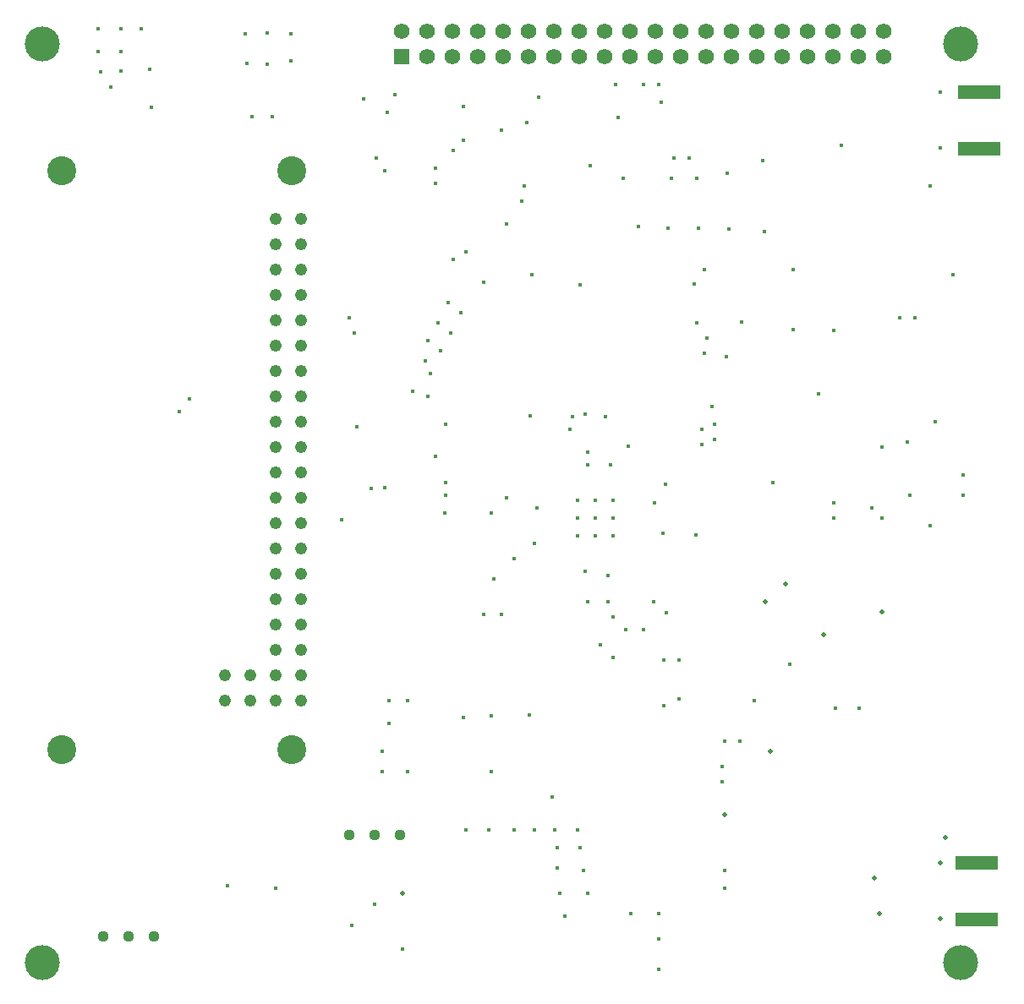
<source format=gbs>
%FSLAX23Y23*%
%MOIN*%
%SFA1B1*%

%IPPOS*%
%ADD74R,0.165350X0.053150*%
%ADD110C,0.061810*%
%ADD111R,0.061810X0.061810*%
%ADD112C,0.137800*%
%ADD113C,0.114170*%
%ADD114C,0.047640*%
%ADD115C,0.044090*%
%ADD116C,0.015750*%
%ADD117C,0.019680*%
%ADD118C,0.018940*%
%LNconcentrator_pcb-1*%
%LPD*%
G54D74*
X3852Y3591D03*
Y3368D03*
X3842Y551D03*
Y328D03*
G54D110*
X3475Y3830D03*
X3375D03*
X3275D03*
X3175D03*
X3075D03*
X2975D03*
X2875D03*
X2775D03*
X2675D03*
X2575D03*
X2475D03*
X2375D03*
X2275D03*
X2175D03*
X2075D03*
X1975D03*
X1875D03*
X1775D03*
X1675D03*
X1575D03*
X3475Y3730D03*
X3375D03*
X3275D03*
X3175D03*
X3075D03*
X2975D03*
X2875D03*
X2775D03*
X2675D03*
X2575D03*
X2475D03*
X2375D03*
X2275D03*
X2175D03*
X2075D03*
X1975D03*
X1875D03*
X1775D03*
X1675D03*
G54D111*
X1575Y3730D03*
G54D112*
X157Y3779D03*
X3779D03*
Y157D03*
X157D03*
G54D113*
X1141Y998D03*
X236D03*
Y3281D03*
X1141D03*
G54D114*
X879Y1189D03*
Y1289D03*
X979D03*
Y1189D03*
X1179D03*
X1079D03*
X1179Y1289D03*
X1079D03*
X1179Y1389D03*
X1079D03*
X1179Y1489D03*
X1079D03*
X1179Y1589D03*
X1079D03*
X1179Y1689D03*
X1079D03*
X1179Y1789D03*
X1079D03*
X1179Y1889D03*
X1079D03*
X1179Y1989D03*
X1079D03*
X1179Y2089D03*
X1079D03*
X1179Y2189D03*
X1079D03*
X1179Y2289D03*
X1079D03*
X1179Y2389D03*
X1079D03*
X1179Y2489D03*
X1079D03*
X1179Y2589D03*
X1079D03*
X1179Y2689D03*
X1079D03*
X1179Y2789D03*
X1079D03*
X1179Y2889D03*
X1079D03*
X1179Y2989D03*
X1079D03*
X1179Y3089D03*
X1079D03*
G54D115*
X1570Y660D03*
X1470D03*
X1370D03*
X600Y260D03*
X500D03*
X400D03*
G54D116*
X2320Y3300D03*
X1380Y305D03*
X965Y3705D03*
X960Y3820D03*
X430Y3610D03*
X470Y3750D03*
X380D03*
X390Y3670D03*
X468Y3675D03*
X380Y3840D03*
X470D03*
X1750Y2280D03*
X2300Y1699D03*
X2310Y2120D03*
Y2170D03*
X2615Y2045D03*
X2400Y2120D03*
X1470Y387D03*
X1990Y1990D03*
X550Y3840D03*
X2710Y3330D03*
X1510Y3280D03*
X1520Y3510D03*
X2280Y610D03*
X2190D03*
X2292Y521D03*
X2190Y530D03*
X2200Y430D03*
X2310D03*
X2220Y340D03*
X2270Y680D03*
X2180D03*
X2100D03*
X2020D03*
X1920D03*
X1830D03*
X1510Y2030D03*
X1900Y1530D03*
X1970D03*
X1750Y2000D03*
X2810Y2280D03*
X2760Y2200D03*
X3430Y1950D03*
X3280Y1970D03*
X2570Y1580D03*
X2610Y1170D03*
Y1350D03*
X2530Y3620D03*
X1970Y3440D03*
X2060Y3220D03*
X1820Y3400D03*
X1710Y3290D03*
X1780Y2930D03*
X3600Y2700D03*
X2250Y2310D03*
X2530Y1470D03*
X2410Y1360D03*
X2840Y870D03*
X2910Y1030D03*
X700Y2330D03*
X1370Y2700D03*
X1680Y2390D03*
X1670Y2530D03*
X1680Y2610D03*
X1720Y2680D03*
X1760Y2760D03*
X1548Y3579D03*
X1474Y3329D03*
X2170Y810D03*
X3005Y3040D03*
X2082Y2314D03*
X2735Y1845D03*
X2606Y1850D03*
X2390Y1683D03*
X2571Y1970D03*
X2470Y2195D03*
X2965Y1190D03*
X2670Y1196D03*
X2915Y2685D03*
X3105Y1335D03*
X1340Y1905D03*
X1710Y2155D03*
X1745Y1930D03*
X2020Y1750D03*
X2080Y1135D03*
X1930Y1130D03*
X1820Y1125D03*
X2110Y1950D03*
X2617Y1537D03*
X1424Y3565D03*
X1820Y3535D03*
X2115Y3570D03*
X1140Y3715D03*
X1046Y3700D03*
Y3825D03*
X1140Y3820D03*
X2390Y1580D03*
X2310D03*
X2865Y3050D03*
X2745Y3055D03*
X2625D03*
X2510Y3060D03*
X1750Y2050D03*
X1580Y210D03*
X1600Y1190D03*
X1525Y1100D03*
Y1190D03*
X582Y3679D03*
X590Y3530D03*
X3285Y1160D03*
X3580Y2000D03*
X3120Y2653D03*
X2730Y2835D03*
X2420Y3620D03*
X2590D03*
X2600Y3550D03*
X1065Y3495D03*
X985D03*
X3120Y2890D03*
X2770D03*
X1400Y2270D03*
X1455Y2027D03*
X1940Y1670D03*
X890Y460D03*
X1080Y450D03*
X2590Y250D03*
Y350D03*
Y130D03*
X2480Y350D03*
X1500Y910D03*
Y990D03*
X1930Y910D03*
X1600D03*
X2640Y3250D03*
X2740D03*
X2860Y3270D03*
X3000Y3320D03*
X1990Y3070D03*
X1900Y2840D03*
X2090Y2870D03*
X2280Y2830D03*
X3040Y2050D03*
X3220Y2400D03*
X3280Y2650D03*
X2800Y2350D03*
X2810Y2220D03*
X740Y2380D03*
X2850Y1030D03*
X2840Y930D03*
X2410Y1520D03*
X1930Y1930D03*
X3470Y2190D03*
X3680Y2290D03*
X3570Y2210D03*
X3660Y1880D03*
X3790Y2000D03*
Y2080D03*
X2070Y3470D03*
X1830Y2960D03*
X3750Y2870D03*
X1390Y2640D03*
X1810Y2720D03*
X1770Y2640D03*
X1730Y2570D03*
X1690Y2480D03*
X3540Y2700D03*
X1620Y2410D03*
X1710Y3230D03*
X2050Y3160D03*
X1780Y3360D03*
X2650Y3330D03*
X3310Y3380D03*
X3660Y3220D03*
X3700Y3590D03*
Y3370D03*
X3852Y3368D03*
Y3591D03*
X2450Y3250D03*
X2430Y3489D03*
X3280Y1910D03*
X3470D03*
X2380Y2310D03*
X2300Y2320D03*
X2100Y1810D03*
X2770Y2560D03*
X2740Y2680D03*
X2780Y2620D03*
X2856Y2548D03*
X2240Y2260D03*
X2760D03*
X3380Y1160D03*
X2410Y1840D03*
X2340D03*
X2410Y1910D03*
X2340D03*
X2270Y1840D03*
Y1910D03*
X2340Y1980D03*
X2410D03*
X2270D03*
X2670Y1350D03*
X2360Y1410D03*
X2460Y1470D03*
X2850Y450D03*
Y520D03*
G54D117*
X3830Y555D03*
X1580Y430D03*
X3830Y320D03*
X3030Y990D03*
X3010Y1580D03*
X3090Y1650D03*
X3470Y1540D03*
X2850Y740D03*
X3460Y350D03*
X3440Y490D03*
X3720Y650D03*
X3700Y330D03*
Y550D03*
G54D118*
X3240Y1450D03*
M02*
</source>
